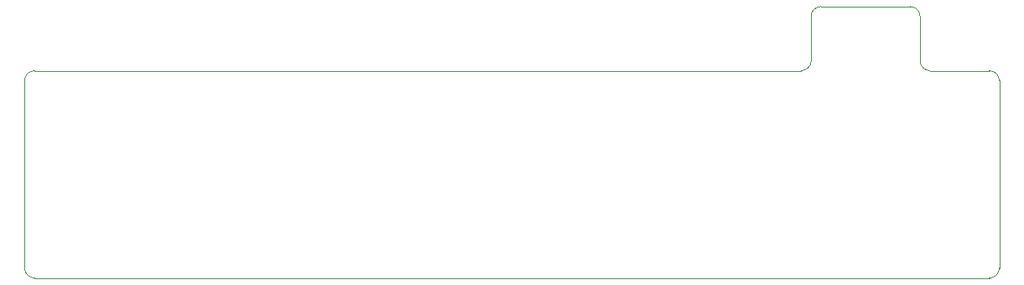
<source format=gbr>
%TF.GenerationSoftware,KiCad,Pcbnew,(5.1.6)-1*%
%TF.CreationDate,2021-06-16T19:52:11-04:00*%
%TF.ProjectId,QAZ_media,51415a5f-6d65-4646-9961-2e6b69636164,rev?*%
%TF.SameCoordinates,Original*%
%TF.FileFunction,Profile,NP*%
%FSLAX46Y46*%
G04 Gerber Fmt 4.6, Leading zero omitted, Abs format (unit mm)*
G04 Created by KiCad (PCBNEW (5.1.6)-1) date 2021-06-16 19:52:11*
%MOMM*%
%LPD*%
G01*
G04 APERTURE LIST*
%TA.AperFunction,Profile*%
%ADD10C,0.050000*%
%TD*%
G04 APERTURE END LIST*
D10*
X77100000Y-112000000D02*
X77100000Y-93000000D01*
X78100000Y-92000000D02*
G75*
G03*
X77100000Y-93000000I0J-1000000D01*
G01*
X155500000Y-92000000D02*
X78100000Y-92000000D01*
X77100000Y-112000000D02*
G75*
G03*
X78100000Y-113000000I1000000J0D01*
G01*
X174500000Y-113000000D02*
X78100000Y-113000000D01*
X174500000Y-113000000D02*
G75*
G03*
X175500000Y-112000000I0J1000000D01*
G01*
X175500000Y-93000000D02*
X175500000Y-112000000D01*
X175500000Y-93000000D02*
G75*
G03*
X174500000Y-92000000I-1000000J0D01*
G01*
X168500000Y-92000000D02*
X174500000Y-92000000D01*
X167500000Y-91000000D02*
G75*
G03*
X168500000Y-92000000I1000000J0D01*
G01*
X155500000Y-92000000D02*
G75*
G03*
X156500000Y-91000000I0J1000000D01*
G01*
X156500000Y-91000000D02*
X156500000Y-86500000D01*
X167500000Y-91000000D02*
X167500000Y-86500000D01*
X157500000Y-85500000D02*
G75*
G03*
X156500000Y-86500000I0J-1000000D01*
G01*
X166500000Y-85500000D02*
X157500000Y-85500000D01*
X167500000Y-86500000D02*
G75*
G03*
X166500000Y-85500000I-1000000J0D01*
G01*
M02*

</source>
